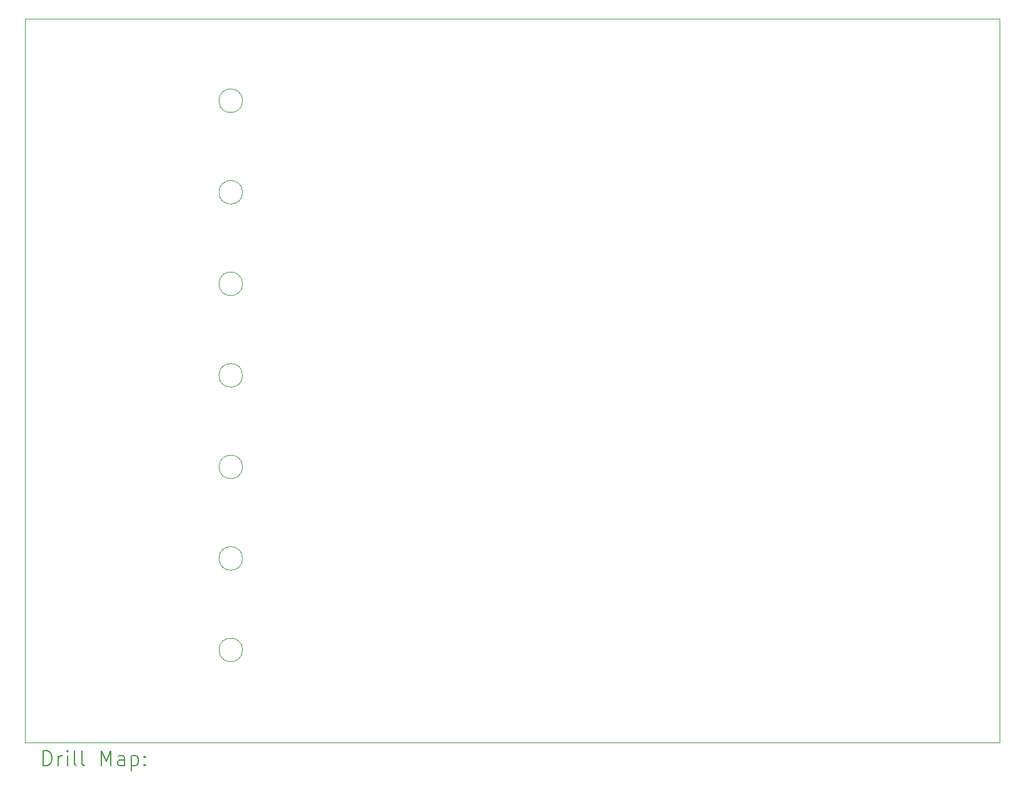
<source format=gbr>
%TF.GenerationSoftware,KiCad,Pcbnew,(6.0.8-1)-1*%
%TF.CreationDate,2022-12-07T15:01:20-05:00*%
%TF.ProjectId,Untitled,556e7469-746c-4656-942e-6b696361645f,rev?*%
%TF.SameCoordinates,Original*%
%TF.FileFunction,Drillmap*%
%TF.FilePolarity,Positive*%
%FSLAX45Y45*%
G04 Gerber Fmt 4.5, Leading zero omitted, Abs format (unit mm)*
G04 Created by KiCad (PCBNEW (6.0.8-1)-1) date 2022-12-07 15:01:20*
%MOMM*%
%LPD*%
G01*
G04 APERTURE LIST*
%ADD10C,0.100000*%
%ADD11C,0.200000*%
G04 APERTURE END LIST*
D10*
X7520000Y-11840000D02*
G75*
G03*
X7520000Y-11840000I-160000J0D01*
G01*
X7520000Y-5640000D02*
G75*
G03*
X7520000Y-5640000I-160000J0D01*
G01*
X4572000Y-3291000D02*
X17764000Y-3291000D01*
X17764000Y-3291000D02*
X17764000Y-13090000D01*
X17764000Y-13090000D02*
X4572000Y-13090000D01*
X4572000Y-13090000D02*
X4572000Y-3291000D01*
X7520000Y-6880000D02*
G75*
G03*
X7520000Y-6880000I-160000J0D01*
G01*
X7520000Y-8120000D02*
G75*
G03*
X7520000Y-8120000I-160000J0D01*
G01*
X7520000Y-10600000D02*
G75*
G03*
X7520000Y-10600000I-160000J0D01*
G01*
X7520000Y-4400000D02*
G75*
G03*
X7520000Y-4400000I-160000J0D01*
G01*
X7520000Y-9360000D02*
G75*
G03*
X7520000Y-9360000I-160000J0D01*
G01*
D11*
X4824619Y-13405476D02*
X4824619Y-13205476D01*
X4872238Y-13205476D01*
X4900810Y-13215000D01*
X4919857Y-13234048D01*
X4929381Y-13253095D01*
X4938905Y-13291190D01*
X4938905Y-13319762D01*
X4929381Y-13357857D01*
X4919857Y-13376905D01*
X4900810Y-13395952D01*
X4872238Y-13405476D01*
X4824619Y-13405476D01*
X5024619Y-13405476D02*
X5024619Y-13272143D01*
X5024619Y-13310238D02*
X5034143Y-13291190D01*
X5043667Y-13281667D01*
X5062714Y-13272143D01*
X5081762Y-13272143D01*
X5148429Y-13405476D02*
X5148429Y-13272143D01*
X5148429Y-13205476D02*
X5138905Y-13215000D01*
X5148429Y-13224524D01*
X5157952Y-13215000D01*
X5148429Y-13205476D01*
X5148429Y-13224524D01*
X5272238Y-13405476D02*
X5253190Y-13395952D01*
X5243667Y-13376905D01*
X5243667Y-13205476D01*
X5377000Y-13405476D02*
X5357952Y-13395952D01*
X5348429Y-13376905D01*
X5348429Y-13205476D01*
X5605571Y-13405476D02*
X5605571Y-13205476D01*
X5672238Y-13348333D01*
X5738905Y-13205476D01*
X5738905Y-13405476D01*
X5919857Y-13405476D02*
X5919857Y-13300714D01*
X5910333Y-13281667D01*
X5891286Y-13272143D01*
X5853190Y-13272143D01*
X5834143Y-13281667D01*
X5919857Y-13395952D02*
X5900809Y-13405476D01*
X5853190Y-13405476D01*
X5834143Y-13395952D01*
X5824619Y-13376905D01*
X5824619Y-13357857D01*
X5834143Y-13338809D01*
X5853190Y-13329286D01*
X5900809Y-13329286D01*
X5919857Y-13319762D01*
X6015095Y-13272143D02*
X6015095Y-13472143D01*
X6015095Y-13281667D02*
X6034143Y-13272143D01*
X6072238Y-13272143D01*
X6091286Y-13281667D01*
X6100809Y-13291190D01*
X6110333Y-13310238D01*
X6110333Y-13367381D01*
X6100809Y-13386428D01*
X6091286Y-13395952D01*
X6072238Y-13405476D01*
X6034143Y-13405476D01*
X6015095Y-13395952D01*
X6196048Y-13386428D02*
X6205571Y-13395952D01*
X6196048Y-13405476D01*
X6186524Y-13395952D01*
X6196048Y-13386428D01*
X6196048Y-13405476D01*
X6196048Y-13281667D02*
X6205571Y-13291190D01*
X6196048Y-13300714D01*
X6186524Y-13291190D01*
X6196048Y-13281667D01*
X6196048Y-13300714D01*
M02*

</source>
